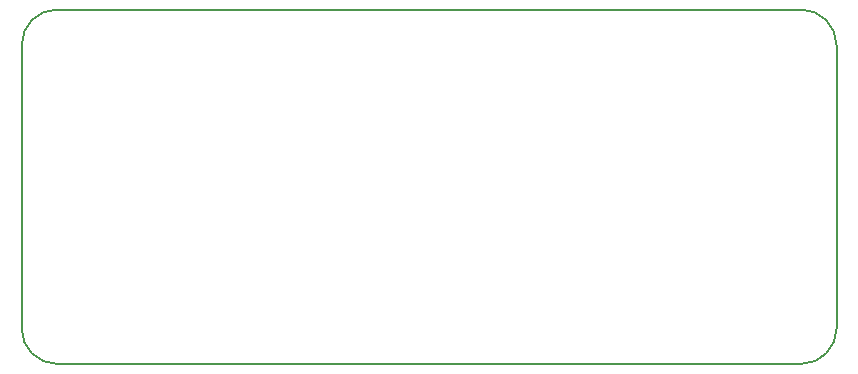
<source format=gbr>
%TF.GenerationSoftware,KiCad,Pcbnew,8.0.1*%
%TF.CreationDate,2024-04-08T01:45:07-04:00*%
%TF.ProjectId,NerdNOS,4e657264-4e4f-4532-9e6b-696361645f70,rev?*%
%TF.SameCoordinates,Original*%
%TF.FileFunction,Profile,NP*%
%FSLAX46Y46*%
G04 Gerber Fmt 4.6, Leading zero omitted, Abs format (unit mm)*
G04 Created by KiCad (PCBNEW 8.0.1) date 2024-04-08 01:45:07*
%MOMM*%
%LPD*%
G01*
G04 APERTURE LIST*
%TA.AperFunction,Profile*%
%ADD10C,0.200000*%
%TD*%
G04 APERTURE END LIST*
D10*
X75000000Y-54000000D02*
G75*
G02*
X78000000Y-51000000I3000000J0D01*
G01*
X144000000Y-78000000D02*
G75*
G02*
X141000000Y-81000000I-3000000J0D01*
G01*
X78000000Y-81000000D02*
X141000000Y-81000000D01*
X141000000Y-51000000D02*
G75*
G02*
X144000000Y-54000000I0J-3000000D01*
G01*
X144000000Y-78000000D02*
X144000000Y-54000000D01*
X78000000Y-81000000D02*
G75*
G02*
X75000000Y-78000000I0J3000000D01*
G01*
X141000000Y-51000000D02*
X78000000Y-51000000D01*
X75000000Y-54000000D02*
X75000000Y-78000000D01*
M02*

</source>
